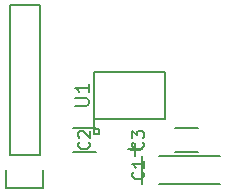
<source format=gto>
%TF.GenerationSoftware,KiCad,Pcbnew,4.0.2-stable*%
%TF.CreationDate,2016-04-05T17:50:52-04:00*%
%TF.ProjectId,ADXL345 Breakout,4144584C33343520427265616B6F7574,rev?*%
%TF.FileFunction,Legend,Top*%
%FSLAX46Y46*%
G04 Gerber Fmt 4.6, Leading zero omitted, Abs format (unit mm)*
G04 Created by KiCad (PCBNEW 4.0.2-stable) date 4/5/2016 5:50:52 PM*
%MOMM*%
G01*
G04 APERTURE LIST*
%ADD10C,0.127000*%
%ADD11C,0.150000*%
G04 APERTURE END LIST*
D10*
D11*
X176469040Y-109910880D02*
X181670960Y-109910880D01*
X181670960Y-107513120D02*
X176469040Y-107513120D01*
X174470060Y-106413300D02*
X174470060Y-107513120D01*
X173870620Y-106913680D02*
X175069500Y-106913680D01*
X175074580Y-107513120D02*
X175074580Y-109910880D01*
X169180000Y-107197000D02*
X171180000Y-107197000D01*
X171180000Y-105147000D02*
X169180000Y-105147000D01*
X179816000Y-105147000D02*
X177816000Y-105147000D01*
X177816000Y-107197000D02*
X179816000Y-107197000D01*
X163830000Y-107442000D02*
X163830000Y-94742000D01*
X163830000Y-94742000D02*
X166370000Y-94742000D01*
X166370000Y-94742000D02*
X166370000Y-107442000D01*
X163550000Y-110262000D02*
X163550000Y-108712000D01*
X163830000Y-107442000D02*
X166370000Y-107442000D01*
X166650000Y-108712000D02*
X166650000Y-110262000D01*
X166650000Y-110262000D02*
X163550000Y-110262000D01*
X170990000Y-104362000D02*
X170990000Y-105662000D01*
X170990000Y-105662000D02*
X171390000Y-105662000D01*
X171390000Y-105662000D02*
X171390000Y-105262000D01*
X171390000Y-105262000D02*
X170990000Y-105262000D01*
X170990000Y-100362000D02*
X170990000Y-104362000D01*
X170990000Y-104362000D02*
X176990000Y-104362000D01*
X176990000Y-104362000D02*
X176990000Y-100362000D01*
X176990000Y-100362000D02*
X170990000Y-100362000D01*
X175109143Y-108878666D02*
X175156762Y-108926285D01*
X175204381Y-109069142D01*
X175204381Y-109164380D01*
X175156762Y-109307238D01*
X175061524Y-109402476D01*
X174966286Y-109450095D01*
X174775810Y-109497714D01*
X174632952Y-109497714D01*
X174442476Y-109450095D01*
X174347238Y-109402476D01*
X174252000Y-109307238D01*
X174204381Y-109164380D01*
X174204381Y-109069142D01*
X174252000Y-108926285D01*
X174299619Y-108878666D01*
X175204381Y-107926285D02*
X175204381Y-108497714D01*
X175204381Y-108212000D02*
X174204381Y-108212000D01*
X174347238Y-108307238D01*
X174442476Y-108402476D01*
X174490095Y-108497714D01*
X174089108Y-106982569D02*
X174851013Y-106982569D01*
X174470061Y-107363521D02*
X174470061Y-106601616D01*
X170537143Y-106338666D02*
X170584762Y-106386285D01*
X170632381Y-106529142D01*
X170632381Y-106624380D01*
X170584762Y-106767238D01*
X170489524Y-106862476D01*
X170394286Y-106910095D01*
X170203810Y-106957714D01*
X170060952Y-106957714D01*
X169870476Y-106910095D01*
X169775238Y-106862476D01*
X169680000Y-106767238D01*
X169632381Y-106624380D01*
X169632381Y-106529142D01*
X169680000Y-106386285D01*
X169727619Y-106338666D01*
X169727619Y-105957714D02*
X169680000Y-105910095D01*
X169632381Y-105814857D01*
X169632381Y-105576761D01*
X169680000Y-105481523D01*
X169727619Y-105433904D01*
X169822857Y-105386285D01*
X169918095Y-105386285D01*
X170060952Y-105433904D01*
X170632381Y-106005333D01*
X170632381Y-105386285D01*
X175109143Y-106338666D02*
X175156762Y-106386285D01*
X175204381Y-106529142D01*
X175204381Y-106624380D01*
X175156762Y-106767238D01*
X175061524Y-106862476D01*
X174966286Y-106910095D01*
X174775810Y-106957714D01*
X174632952Y-106957714D01*
X174442476Y-106910095D01*
X174347238Y-106862476D01*
X174252000Y-106767238D01*
X174204381Y-106624380D01*
X174204381Y-106529142D01*
X174252000Y-106386285D01*
X174299619Y-106338666D01*
X174204381Y-106005333D02*
X174204381Y-105386285D01*
X174585333Y-105719619D01*
X174585333Y-105576761D01*
X174632952Y-105481523D01*
X174680571Y-105433904D01*
X174775810Y-105386285D01*
X175013905Y-105386285D01*
X175109143Y-105433904D01*
X175156762Y-105481523D01*
X175204381Y-105576761D01*
X175204381Y-105862476D01*
X175156762Y-105957714D01*
X175109143Y-106005333D01*
X169357857Y-103276286D02*
X170329286Y-103276286D01*
X170443571Y-103219143D01*
X170500714Y-103162000D01*
X170557857Y-103047714D01*
X170557857Y-102819143D01*
X170500714Y-102704857D01*
X170443571Y-102647714D01*
X170329286Y-102590571D01*
X169357857Y-102590571D01*
X170557857Y-101390571D02*
X170557857Y-102076286D01*
X170557857Y-101733428D02*
X169357857Y-101733428D01*
X169529286Y-101847714D01*
X169643571Y-101962000D01*
X169700714Y-102076286D01*
M02*

</source>
